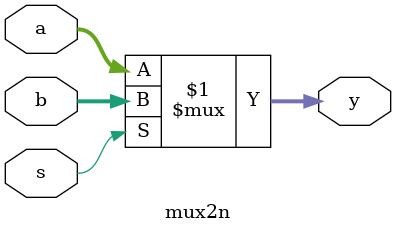
<source format=v>
module mux2n(a, b, s, y);
	parameter N = 8;
	input [N-1:0] a, b;
	input s;
	output [N-1:0] y;
	
	assign y = s ? b : a;
endmodule
</source>
